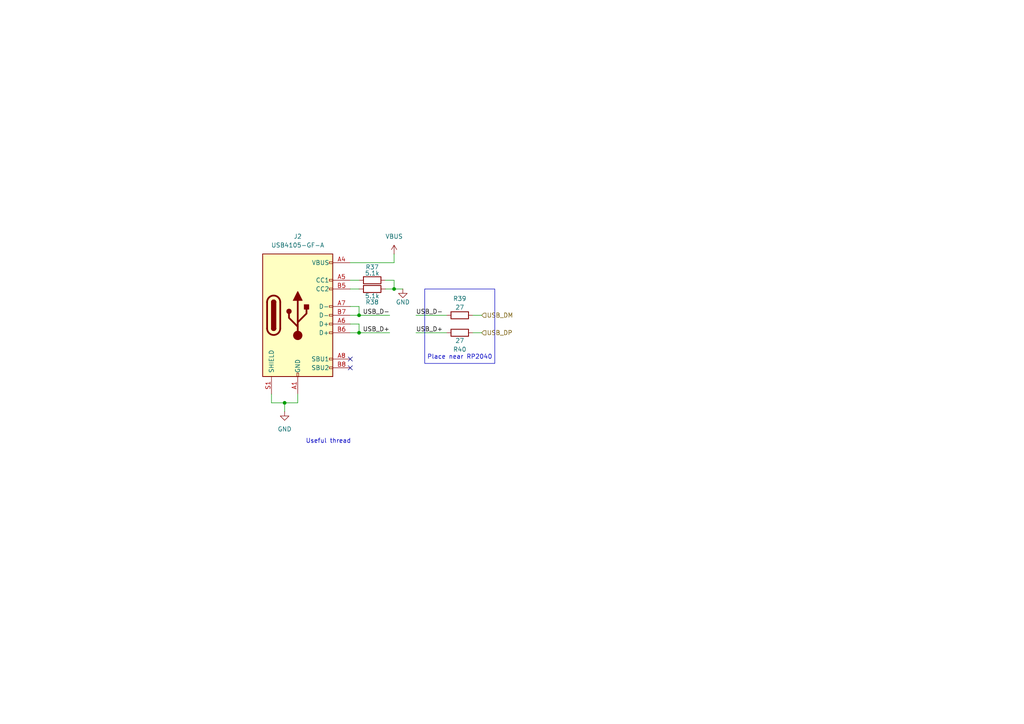
<source format=kicad_sch>
(kicad_sch (version 20231120) (generator "eeschema") (generator_version "8.0")
  (paper "A4")
  (lib_symbols
    (symbol "Connector:USB_C_Receptacle_USB2.0_16P" (pin_names (offset 1.016))
      (property "Reference" "J" (at 0 22.225 0))
      (property "Value" "USB_C_Receptacle_USB2.0_16P" (at 0 19.685 0))
      (symbol "USB_C_Receptacle_USB2.0_16P_0_0"
        (rectangle (start -0.254 -17.78) (end 0.254 -16.764))
        (rectangle (start 10.16 -14.986) (end 9.144 -15.494))
        (rectangle (start 10.16 -12.446) (end 9.144 -12.954))
        (rectangle (start 10.16 -4.826) (end 9.144 -5.334))
        (rectangle (start 10.16 -2.286) (end 9.144 -2.794))
        (rectangle (start 10.16 0.254) (end 9.144 -0.254))
        (rectangle (start 10.16 2.794) (end 9.144 2.286))
        (rectangle (start 10.16 7.874) (end 9.144 7.366))
        (rectangle (start 10.16 10.414) (end 9.144 9.906))
        (rectangle (start 10.16 15.494) (end 9.144 14.986))
      )
      (symbol "USB_C_Receptacle_USB2.0_16P_0_1"
        (rectangle (start -10.16 17.78) (end 10.16 -17.78) (stroke (width 0.254)) (fill (type background)))
        (arc (start -8.89 -3.81) (mid -6.985 -5.7067) (end -5.08 -3.81) (stroke (width 0.508)))
        (arc (start -7.62 -3.81) (mid -6.985 -4.4423) (end -6.35 -3.81) (stroke (width 0.254)))
        (arc (start -7.62 -3.81) (mid -6.985 -4.4423) (end -6.35 -3.81) (stroke (width 0.254)) (fill (type outline)))
        (rectangle (start -7.62 -3.81) (end -6.35 3.81) (stroke (width 0.254)) (fill (type outline)))
        (arc (start -6.35 3.81) (mid -6.985 4.4423) (end -7.62 3.81) (stroke (width 0.254)))
        (arc (start -6.35 3.81) (mid -6.985 4.4423) (end -7.62 3.81) (stroke (width 0.254)) (fill (type outline)))
        (arc (start -5.08 3.81) (mid -6.985 5.7067) (end -8.89 3.81) (stroke (width 0.508)))
        (circle (center -2.54 1.143) (radius 0.635) (stroke (width 0.254)) (fill (type outline)))
        (circle (center 0 -5.842) (radius 1.27) (fill (type outline)))
        (polyline (pts (xy -8.89 -3.81) (xy -8.89 3.81)) (stroke (width 0.508)))
        (polyline (pts (xy -5.08 3.81) (xy -5.08 -3.81)) (stroke (width 0.508)))
        (polyline (pts (xy 0 -5.842) (xy 0 4.318)) (stroke (width 0.508)))
        (polyline (pts (xy 0 -3.302) (xy -2.54 -0.762) (xy -2.54 0.508)) (stroke (width 0.508)))
        (polyline (pts (xy 0 -2.032) (xy 2.54 0.508) (xy 2.54 1.778)) (stroke (width 0.508)))
        (polyline (pts (xy -1.27 4.318) (xy 0 6.858) (xy 1.27 4.318) (xy -1.27 4.318)) (stroke (width 0.254)) (fill (type outline)))
        (rectangle (start 1.905 1.778) (end 3.175 3.048) (stroke (width 0.254)) (fill (type outline)))
      )
      (symbol "USB_C_Receptacle_USB2.0_16P_1_1"
        (pin passive line (at 0 -22.86 90) (length 5.08) (name "GND") (number "A1"))
        (pin passive line (at 0 -22.86 90) (length 5.08) hide (name "GND") (number "A12"))
        (pin passive line (at 15.24 15.24 180) (length 5.08) (name "VBUS") (number "A4"))
        (pin bidirectional line (at 15.24 10.16 180) (length 5.08) (name "CC1") (number "A5"))
        (pin bidirectional line (at 15.24 -2.54 180) (length 5.08) (name "D+") (number "A6"))
        (pin bidirectional line (at 15.24 2.54 180) (length 5.08) (name "D-") (number "A7"))
        (pin bidirectional line (at 15.24 -12.7 180) (length 5.08) (name "SBU1") (number "A8"))
        (pin passive line (at 15.24 15.24 180) (length 5.08) hide (name "VBUS") (number "A9"))
        (pin passive line (at 0 -22.86 90) (length 5.08) hide (name "GND") (number "B1"))
        (pin passive line (at 0 -22.86 90) (length 5.08) hide (name "GND") (number "B12"))
        (pin passive line (at 15.24 15.24 180) (length 5.08) hide (name "VBUS") (number "B4"))
        (pin bidirectional line (at 15.24 7.62 180) (length 5.08) (name "CC2") (number "B5"))
        (pin bidirectional line (at 15.24 -5.08 180) (length 5.08) (name "D+") (number "B6"))
        (pin bidirectional line (at 15.24 0 180) (length 5.08) (name "D-") (number "B7"))
        (pin bidirectional line (at 15.24 -15.24 180) (length 5.08) (name "SBU2") (number "B8"))
        (pin passive line (at 15.24 15.24 180) (length 5.08) hide (name "VBUS") (number "B9"))
        (pin passive line (at -7.62 -22.86 90) (length 5.08) (name "SHIELD") (number "S1"))
      )
    )
    (symbol "Device:R" (pin_numbers hide) (pin_names (offset 0))
      (property "Reference" "R" (at 2.032 0 90))
      (property "Value" "R" (at 0 0 90))
      (symbol "R_0_1"
        (rectangle (start -1.016 -2.54) (end 1.016 2.54) (stroke (width 0.254)))
      )
      (symbol "R_1_1"
        (pin passive line (at 0 3.81 270) (length 1.27) (name "~") (number "1"))
        (pin passive line (at 0 -3.81 90) (length 1.27) (name "~") (number "2"))
      )
    )
    (symbol "power:GND" (power) (pin_numbers hide) (pin_names (offset 0) hide)
      (property "Value" "GND" (at 0 -3.81 0))
      (symbol "GND_0_1"
        (polyline (pts (xy 0 0) (xy 0 -1.27) (xy 1.27 -1.27) (xy 0 -2.54) (xy -1.27 -1.27) (xy 0 -1.27)))
      )
      (symbol "GND_1_1"
        (pin power_in line (at 0 0 270) (length 0) (name "~") (number "1"))
      )
    )
    (symbol "power:VBUS" (power) (pin_numbers hide) (pin_names (offset 0) hide)
      (property "Value" "VBUS" (at 0 3.556 0))
      (symbol "VBUS_0_1"
        (polyline (pts (xy -0.762 1.27) (xy 0 2.54)))
        (polyline (pts (xy 0 0) (xy 0 2.54)))
        (polyline (pts (xy 0 2.54) (xy 0.762 1.27)))
      )
      (symbol "VBUS_1_1"
        (pin power_in line (at 0 0 90) (length 0) (name "~") (number "1"))
      )
    )
  )
  (junction (at 114.3 83.82))
  (junction (at 82.55 116.84))
  (junction (at 104.14 96.52))
  (junction (at 104.14 91.44))
  (no_connect (at 101.6 104.14))
  (no_connect (at 101.6 106.68))
  (wire (pts (xy 137.16 91.44) (xy 139.7 91.44)))
  (wire (pts (xy 86.36 116.84) (xy 86.36 114.3)))
  (wire (pts (xy 104.14 91.44) (xy 113.03 91.44)))
  (wire (pts (xy 78.74 116.84) (xy 82.55 116.84)))
  (wire (pts (xy 104.14 91.44) (xy 101.6 91.44)))
  (wire (pts (xy 82.55 116.84) (xy 82.55 119.38)))
  (wire (pts (xy 101.6 76.2) (xy 114.3 76.2)))
  (wire (pts (xy 120.65 91.44) (xy 129.54 91.44)))
  (wire (pts (xy 120.65 96.52) (xy 129.54 96.52)))
  (wire (pts (xy 101.6 88.9) (xy 104.14 88.9)))
  (wire (pts (xy 137.16 96.52) (xy 139.7 96.52)))
  (wire (pts (xy 101.6 81.28) (xy 104.14 81.28)))
  (wire (pts (xy 78.74 114.3) (xy 78.74 116.84)))
  (wire (pts (xy 104.14 88.9) (xy 104.14 91.44)))
  (wire (pts (xy 101.6 83.82) (xy 104.14 83.82)))
  (wire (pts (xy 82.55 116.84) (xy 86.36 116.84)))
  (wire (pts (xy 114.3 83.82) (xy 116.84 83.82)))
  (wire (pts (xy 114.3 76.2) (xy 114.3 73.66)))
  (wire (pts (xy 114.3 81.28) (xy 114.3 83.82)))
  (wire (pts (xy 104.14 96.52) (xy 101.6 96.52)))
  (wire (pts (xy 104.14 96.52) (xy 113.03 96.52)))
  (wire (pts (xy 101.6 93.98) (xy 104.14 93.98)))
  (wire (pts (xy 104.14 93.98) (xy 104.14 96.52)))
  (wire (pts (xy 111.76 81.28) (xy 114.3 81.28)))
  (wire (pts (xy 114.3 83.82) (xy 111.76 83.82)))
  (rectangle (start 123.19 83.82) (end 143.51 105.41))
  (text "Useful thread" (at 95.25 128.016 0) (effects (font (size 1.27 1.27))))
  (text "Place near RP2040" (at 133.35 103.632 0) (effects (font (size 1.27 1.27))))
  (label "USB_D+" (at 120.65 96.52 0))
  (label "USB_D-" (at 120.65 91.44 0))
  (label "USB_D-" (at 113.03 91.44 180))
  (label "USB_D+" (at 113.03 96.52 180))
  (hierarchical_label "USB_DP" (shape input) (at 139.7 96.52 0))
  (hierarchical_label "USB_DM" (shape input) (at 139.7 91.44 0))
  (symbol (lib_id "power:GND") (at 116.84 83.82 0) (unit 1)
    (property "Reference" "#PWR0113" (effects (hide yes)))
    (property "Value" "GND" (at 116.84 87.63 0))
    (property "Description" "Power symbol creates a global label with name \"GND\" , ground" (effects (hide yes)))
  )
  (symbol (lib_id "Device:R") (at 107.95 81.28 90) (unit 1)
    (property "Reference" "R37" (at 107.95 77.47 90))
    (property "Value" "5.1k" (at 107.95 79.248 90))
    (property "Footprint" "Resistor_SMD:R_0402_1005Metric" (effects (hide yes)))
    (property "Description" "Resistor" (effects (hide yes)))
  )
  (symbol (lib_id "Device:R") (at 107.95 83.82 90) (mirror x) (unit 1)
    (property "Reference" "R38" (at 107.95 87.63 90))
    (property "Value" "5.1k" (at 107.95 85.852 90))
    (property "Footprint" "Resistor_SMD:R_0402_1005Metric" (effects (hide yes)))
    (property "Description" "Resistor" (effects (hide yes)))
  )
  (symbol (lib_id "power:GND") (at 82.55 119.38 0) (unit 1)
    (property "Reference" "#PWR0114" (effects (hide yes)))
    (property "Value" "GND" (at 82.55 124.46 0))
    (property "Description" "Power symbol creates a global label with name \"GND\" , ground" (effects (hide yes)))
  )
  (symbol (lib_id "Connector:USB_C_Receptacle_USB2.0_16P") (at 86.36 91.44 0) (unit 1)
    (property "Reference" "J2" (at 86.36 68.58 0))
    (property "Value" "USB4105-GF-A" (at 86.36 71.12 0))
    (property "Footprint" "Connector_USB:USB_C_Receptacle_GCT_USB4105-xx-A_16P_TopMnt_Horizontal" (effects (hide yes)))
    (property "Datasheet" "https://www.usb.org/sites/default/files/documents/usb_type-c.zip" (effects (hide yes)))
    (property "Description" "USB 2.0-only 16P Type-C Receptacle connector" (effects (hide yes)))
  )
  (symbol (lib_id "Device:R") (at 133.35 96.52 90) (mirror x) (unit 1)
    (property "Reference" "R40" (at 133.35 101.346 90))
    (property "Value" "27" (at 133.35 98.806 90))
    (property "Footprint" "Resistor_SMD:R_0402_1005Metric" (effects (hide yes)))
    (property "Description" "Resistor" (effects (hide yes)))
  )
  (symbol (lib_id "Device:R") (at 133.35 91.44 90) (unit 1)
    (property "Reference" "R39" (at 133.35 86.614 90))
    (property "Value" "27" (at 133.35 89.154 90))
    (property "Footprint" "Resistor_SMD:R_0402_1005Metric" (effects (hide yes)))
    (property "Description" "Resistor" (effects (hide yes)))
  )
  (symbol (lib_id "power:VBUS") (at 114.3 73.66 0) (unit 1)
    (property "Reference" "#PWR0112" (effects (hide yes)))
    (property "Value" "VBUS" (at 114.3 68.58 0))
    (property "Description" "Power symbol creates a global label with name \"VBUS\"" (effects (hide yes)))
  )
)
</source>
